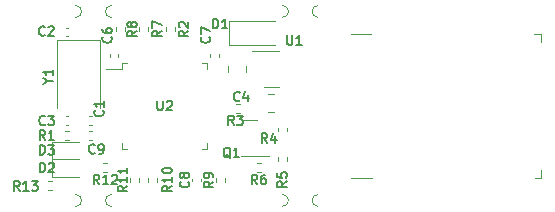
<source format=gbr>
G04 #@! TF.GenerationSoftware,KiCad,Pcbnew,6.0.7+dfsg-3*
G04 #@! TF.CreationDate,2022-10-18T10:37:57+08:00*
G04 #@! TF.ProjectId,stlink,73746c69-6e6b-42e6-9b69-6361645f7063,e*
G04 #@! TF.SameCoordinates,PX5ca1610PY6645a40*
G04 #@! TF.FileFunction,Legend,Top*
G04 #@! TF.FilePolarity,Positive*
%FSLAX46Y46*%
G04 Gerber Fmt 4.6, Leading zero omitted, Abs format (unit mm)*
G04 Created by KiCad (PCBNEW 6.0.7+dfsg-3) date 2022-10-18 10:37:57*
%MOMM*%
%LPD*%
G01*
G04 APERTURE LIST*
%ADD10C,0.150000*%
%ADD11C,0.120000*%
%ADD12C,0.100000*%
G04 APERTURE END LIST*
D10*
G04 #@! TO.C,U1*
X36245476Y23223096D02*
X36245476Y22575477D01*
X36283571Y22499286D01*
X36321666Y22461191D01*
X36397857Y22423096D01*
X36550238Y22423096D01*
X36626428Y22461191D01*
X36664523Y22499286D01*
X36702619Y22575477D01*
X36702619Y23223096D01*
X37502619Y22423096D02*
X37045476Y22423096D01*
X37274047Y22423096D02*
X37274047Y23223096D01*
X37197857Y23108810D01*
X37121666Y23032620D01*
X37045476Y22994524D01*
G04 #@! TO.C,C4*
X32236666Y17704286D02*
X32198571Y17666191D01*
X32084285Y17628096D01*
X32008095Y17628096D01*
X31893809Y17666191D01*
X31817619Y17742381D01*
X31779523Y17818572D01*
X31741428Y17970953D01*
X31741428Y18085239D01*
X31779523Y18237620D01*
X31817619Y18313810D01*
X31893809Y18390000D01*
X32008095Y18428096D01*
X32084285Y18428096D01*
X32198571Y18390000D01*
X32236666Y18351905D01*
X32922380Y18161429D02*
X32922380Y17628096D01*
X32731904Y18466191D02*
X32541428Y17894762D01*
X33036666Y17894762D01*
G04 #@! TO.C,R3*
X31736666Y15628096D02*
X31470000Y16009048D01*
X31279523Y15628096D02*
X31279523Y16428096D01*
X31584285Y16428096D01*
X31660476Y16390000D01*
X31698571Y16351905D01*
X31736666Y16275715D01*
X31736666Y16161429D01*
X31698571Y16085239D01*
X31660476Y16047143D01*
X31584285Y16009048D01*
X31279523Y16009048D01*
X32003333Y16428096D02*
X32498571Y16428096D01*
X32231904Y16123334D01*
X32346190Y16123334D01*
X32422380Y16085239D01*
X32460476Y16047143D01*
X32498571Y15970953D01*
X32498571Y15780477D01*
X32460476Y15704286D01*
X32422380Y15666191D01*
X32346190Y15628096D01*
X32117619Y15628096D01*
X32041428Y15666191D01*
X32003333Y15704286D01*
G04 #@! TO.C,C6*
X21355714Y23106667D02*
X21393809Y23068572D01*
X21431904Y22954286D01*
X21431904Y22878096D01*
X21393809Y22763810D01*
X21317619Y22687620D01*
X21241428Y22649524D01*
X21089047Y22611429D01*
X20974761Y22611429D01*
X20822380Y22649524D01*
X20746190Y22687620D01*
X20670000Y22763810D01*
X20631904Y22878096D01*
X20631904Y22954286D01*
X20670000Y23068572D01*
X20708095Y23106667D01*
X20631904Y23792381D02*
X20631904Y23640000D01*
X20670000Y23563810D01*
X20708095Y23525715D01*
X20822380Y23449524D01*
X20974761Y23411429D01*
X21279523Y23411429D01*
X21355714Y23449524D01*
X21393809Y23487620D01*
X21431904Y23563810D01*
X21431904Y23716191D01*
X21393809Y23792381D01*
X21355714Y23830477D01*
X21279523Y23868572D01*
X21089047Y23868572D01*
X21012857Y23830477D01*
X20974761Y23792381D01*
X20936666Y23716191D01*
X20936666Y23563810D01*
X20974761Y23487620D01*
X21012857Y23449524D01*
X21089047Y23411429D01*
G04 #@! TO.C,C7*
X29655714Y23106667D02*
X29693809Y23068572D01*
X29731904Y22954286D01*
X29731904Y22878096D01*
X29693809Y22763810D01*
X29617619Y22687620D01*
X29541428Y22649524D01*
X29389047Y22611429D01*
X29274761Y22611429D01*
X29122380Y22649524D01*
X29046190Y22687620D01*
X28970000Y22763810D01*
X28931904Y22878096D01*
X28931904Y22954286D01*
X28970000Y23068572D01*
X29008095Y23106667D01*
X28931904Y23373334D02*
X28931904Y23906667D01*
X29731904Y23563810D01*
G04 #@! TO.C,C8*
X27885714Y10840667D02*
X27923809Y10802572D01*
X27961904Y10688286D01*
X27961904Y10612096D01*
X27923809Y10497810D01*
X27847619Y10421620D01*
X27771428Y10383524D01*
X27619047Y10345429D01*
X27504761Y10345429D01*
X27352380Y10383524D01*
X27276190Y10421620D01*
X27200000Y10497810D01*
X27161904Y10612096D01*
X27161904Y10688286D01*
X27200000Y10802572D01*
X27238095Y10840667D01*
X27504761Y11297810D02*
X27466666Y11221620D01*
X27428571Y11183524D01*
X27352380Y11145429D01*
X27314285Y11145429D01*
X27238095Y11183524D01*
X27200000Y11221620D01*
X27161904Y11297810D01*
X27161904Y11450191D01*
X27200000Y11526381D01*
X27238095Y11564477D01*
X27314285Y11602572D01*
X27352380Y11602572D01*
X27428571Y11564477D01*
X27466666Y11526381D01*
X27504761Y11450191D01*
X27504761Y11297810D01*
X27542857Y11221620D01*
X27580952Y11183524D01*
X27657142Y11145429D01*
X27809523Y11145429D01*
X27885714Y11183524D01*
X27923809Y11221620D01*
X27961904Y11297810D01*
X27961904Y11450191D01*
X27923809Y11526381D01*
X27885714Y11564477D01*
X27809523Y11602572D01*
X27657142Y11602572D01*
X27580952Y11564477D01*
X27542857Y11526381D01*
X27504761Y11450191D01*
G04 #@! TO.C,C9*
X19986666Y13284286D02*
X19948571Y13246191D01*
X19834285Y13208096D01*
X19758095Y13208096D01*
X19643809Y13246191D01*
X19567619Y13322381D01*
X19529523Y13398572D01*
X19491428Y13550953D01*
X19491428Y13665239D01*
X19529523Y13817620D01*
X19567619Y13893810D01*
X19643809Y13970000D01*
X19758095Y14008096D01*
X19834285Y14008096D01*
X19948571Y13970000D01*
X19986666Y13931905D01*
X20367619Y13208096D02*
X20520000Y13208096D01*
X20596190Y13246191D01*
X20634285Y13284286D01*
X20710476Y13398572D01*
X20748571Y13550953D01*
X20748571Y13855715D01*
X20710476Y13931905D01*
X20672380Y13970000D01*
X20596190Y14008096D01*
X20443809Y14008096D01*
X20367619Y13970000D01*
X20329523Y13931905D01*
X20291428Y13855715D01*
X20291428Y13665239D01*
X20329523Y13589048D01*
X20367619Y13550953D01*
X20443809Y13512858D01*
X20596190Y13512858D01*
X20672380Y13550953D01*
X20710476Y13589048D01*
X20748571Y13665239D01*
G04 #@! TO.C,C2*
X15736666Y23254286D02*
X15698571Y23216191D01*
X15584285Y23178096D01*
X15508095Y23178096D01*
X15393809Y23216191D01*
X15317619Y23292381D01*
X15279523Y23368572D01*
X15241428Y23520953D01*
X15241428Y23635239D01*
X15279523Y23787620D01*
X15317619Y23863810D01*
X15393809Y23940000D01*
X15508095Y23978096D01*
X15584285Y23978096D01*
X15698571Y23940000D01*
X15736666Y23901905D01*
X16041428Y23901905D02*
X16079523Y23940000D01*
X16155714Y23978096D01*
X16346190Y23978096D01*
X16422380Y23940000D01*
X16460476Y23901905D01*
X16498571Y23825715D01*
X16498571Y23749524D01*
X16460476Y23635239D01*
X16003333Y23178096D01*
X16498571Y23178096D01*
G04 #@! TO.C,C3*
X15766666Y15704286D02*
X15728571Y15666191D01*
X15614285Y15628096D01*
X15538095Y15628096D01*
X15423809Y15666191D01*
X15347619Y15742381D01*
X15309523Y15818572D01*
X15271428Y15970953D01*
X15271428Y16085239D01*
X15309523Y16237620D01*
X15347619Y16313810D01*
X15423809Y16390000D01*
X15538095Y16428096D01*
X15614285Y16428096D01*
X15728571Y16390000D01*
X15766666Y16351905D01*
X16033333Y16428096D02*
X16528571Y16428096D01*
X16261904Y16123334D01*
X16376190Y16123334D01*
X16452380Y16085239D01*
X16490476Y16047143D01*
X16528571Y15970953D01*
X16528571Y15780477D01*
X16490476Y15704286D01*
X16452380Y15666191D01*
X16376190Y15628096D01*
X16147619Y15628096D01*
X16071428Y15666191D01*
X16033333Y15704286D01*
G04 #@! TO.C,D2*
X15309523Y11628096D02*
X15309523Y12428096D01*
X15500000Y12428096D01*
X15614285Y12390000D01*
X15690476Y12313810D01*
X15728571Y12237620D01*
X15766666Y12085239D01*
X15766666Y11970953D01*
X15728571Y11818572D01*
X15690476Y11742381D01*
X15614285Y11666191D01*
X15500000Y11628096D01*
X15309523Y11628096D01*
X16071428Y12351905D02*
X16109523Y12390000D01*
X16185714Y12428096D01*
X16376190Y12428096D01*
X16452380Y12390000D01*
X16490476Y12351905D01*
X16528571Y12275715D01*
X16528571Y12199524D01*
X16490476Y12085239D01*
X16033333Y11628096D01*
X16528571Y11628096D01*
G04 #@! TO.C,D3*
X15309523Y13128096D02*
X15309523Y13928096D01*
X15500000Y13928096D01*
X15614285Y13890000D01*
X15690476Y13813810D01*
X15728571Y13737620D01*
X15766666Y13585239D01*
X15766666Y13470953D01*
X15728571Y13318572D01*
X15690476Y13242381D01*
X15614285Y13166191D01*
X15500000Y13128096D01*
X15309523Y13128096D01*
X16033333Y13928096D02*
X16528571Y13928096D01*
X16261904Y13623334D01*
X16376190Y13623334D01*
X16452380Y13585239D01*
X16490476Y13547143D01*
X16528571Y13470953D01*
X16528571Y13280477D01*
X16490476Y13204286D01*
X16452380Y13166191D01*
X16376190Y13128096D01*
X16147619Y13128096D01*
X16071428Y13166191D01*
X16033333Y13204286D01*
G04 #@! TO.C,R12*
X20355714Y10628096D02*
X20089047Y11009048D01*
X19898571Y10628096D02*
X19898571Y11428096D01*
X20203333Y11428096D01*
X20279523Y11390000D01*
X20317619Y11351905D01*
X20355714Y11275715D01*
X20355714Y11161429D01*
X20317619Y11085239D01*
X20279523Y11047143D01*
X20203333Y11009048D01*
X19898571Y11009048D01*
X21117619Y10628096D02*
X20660476Y10628096D01*
X20889047Y10628096D02*
X20889047Y11428096D01*
X20812857Y11313810D01*
X20736666Y11237620D01*
X20660476Y11199524D01*
X21422380Y11351905D02*
X21460476Y11390000D01*
X21536666Y11428096D01*
X21727142Y11428096D01*
X21803333Y11390000D01*
X21841428Y11351905D01*
X21879523Y11275715D01*
X21879523Y11199524D01*
X21841428Y11085239D01*
X21384285Y10628096D01*
X21879523Y10628096D01*
G04 #@! TO.C,D1*
X29979523Y23808096D02*
X29979523Y24608096D01*
X30170000Y24608096D01*
X30284285Y24570000D01*
X30360476Y24493810D01*
X30398571Y24417620D01*
X30436666Y24265239D01*
X30436666Y24150953D01*
X30398571Y23998572D01*
X30360476Y23922381D01*
X30284285Y23846191D01*
X30170000Y23808096D01*
X29979523Y23808096D01*
X31198571Y23808096D02*
X30741428Y23808096D01*
X30970000Y23808096D02*
X30970000Y24608096D01*
X30893809Y24493810D01*
X30817619Y24417620D01*
X30741428Y24379524D01*
G04 #@! TO.C,U2*
X25260476Y17678096D02*
X25260476Y17030477D01*
X25298571Y16954286D01*
X25336666Y16916191D01*
X25412857Y16878096D01*
X25565238Y16878096D01*
X25641428Y16916191D01*
X25679523Y16954286D01*
X25717619Y17030477D01*
X25717619Y17678096D01*
X26060476Y17601905D02*
X26098571Y17640000D01*
X26174761Y17678096D01*
X26365238Y17678096D01*
X26441428Y17640000D01*
X26479523Y17601905D01*
X26517619Y17525715D01*
X26517619Y17449524D01*
X26479523Y17335239D01*
X26022380Y16878096D01*
X26517619Y16878096D01*
G04 #@! TO.C,C1*
X20655714Y16856667D02*
X20693809Y16818572D01*
X20731904Y16704286D01*
X20731904Y16628096D01*
X20693809Y16513810D01*
X20617619Y16437620D01*
X20541428Y16399524D01*
X20389047Y16361429D01*
X20274761Y16361429D01*
X20122380Y16399524D01*
X20046190Y16437620D01*
X19970000Y16513810D01*
X19931904Y16628096D01*
X19931904Y16704286D01*
X19970000Y16818572D01*
X20008095Y16856667D01*
X20731904Y17618572D02*
X20731904Y17161429D01*
X20731904Y17390000D02*
X19931904Y17390000D01*
X20046190Y17313810D01*
X20122380Y17237620D01*
X20160476Y17161429D01*
G04 #@! TO.C,R1*
X15766666Y14378096D02*
X15500000Y14759048D01*
X15309523Y14378096D02*
X15309523Y15178096D01*
X15614285Y15178096D01*
X15690476Y15140000D01*
X15728571Y15101905D01*
X15766666Y15025715D01*
X15766666Y14911429D01*
X15728571Y14835239D01*
X15690476Y14797143D01*
X15614285Y14759048D01*
X15309523Y14759048D01*
X16528571Y14378096D02*
X16071428Y14378096D01*
X16300000Y14378096D02*
X16300000Y15178096D01*
X16223809Y15063810D01*
X16147619Y14987620D01*
X16071428Y14949524D01*
G04 #@! TO.C,R2*
X27901904Y23606667D02*
X27520952Y23340000D01*
X27901904Y23149524D02*
X27101904Y23149524D01*
X27101904Y23454286D01*
X27140000Y23530477D01*
X27178095Y23568572D01*
X27254285Y23606667D01*
X27368571Y23606667D01*
X27444761Y23568572D01*
X27482857Y23530477D01*
X27520952Y23454286D01*
X27520952Y23149524D01*
X27178095Y23911429D02*
X27140000Y23949524D01*
X27101904Y24025715D01*
X27101904Y24216191D01*
X27140000Y24292381D01*
X27178095Y24330477D01*
X27254285Y24368572D01*
X27330476Y24368572D01*
X27444761Y24330477D01*
X27901904Y23873334D01*
X27901904Y24368572D01*
G04 #@! TO.C,R9*
X29993904Y10840667D02*
X29612952Y10574000D01*
X29993904Y10383524D02*
X29193904Y10383524D01*
X29193904Y10688286D01*
X29232000Y10764477D01*
X29270095Y10802572D01*
X29346285Y10840667D01*
X29460571Y10840667D01*
X29536761Y10802572D01*
X29574857Y10764477D01*
X29612952Y10688286D01*
X29612952Y10383524D01*
X29993904Y11221620D02*
X29993904Y11374000D01*
X29955809Y11450191D01*
X29917714Y11488286D01*
X29803428Y11564477D01*
X29651047Y11602572D01*
X29346285Y11602572D01*
X29270095Y11564477D01*
X29232000Y11526381D01*
X29193904Y11450191D01*
X29193904Y11297810D01*
X29232000Y11221620D01*
X29270095Y11183524D01*
X29346285Y11145429D01*
X29536761Y11145429D01*
X29612952Y11183524D01*
X29651047Y11221620D01*
X29689142Y11297810D01*
X29689142Y11450191D01*
X29651047Y11526381D01*
X29612952Y11564477D01*
X29536761Y11602572D01*
G04 #@! TO.C,Q1*
X31468809Y12841905D02*
X31392619Y12880000D01*
X31316428Y12956191D01*
X31202142Y13070477D01*
X31125952Y13108572D01*
X31049761Y13108572D01*
X31087857Y12918096D02*
X31011666Y12956191D01*
X30935476Y13032381D01*
X30897380Y13184762D01*
X30897380Y13451429D01*
X30935476Y13603810D01*
X31011666Y13680000D01*
X31087857Y13718096D01*
X31240238Y13718096D01*
X31316428Y13680000D01*
X31392619Y13603810D01*
X31430714Y13451429D01*
X31430714Y13184762D01*
X31392619Y13032381D01*
X31316428Y12956191D01*
X31240238Y12918096D01*
X31087857Y12918096D01*
X32192619Y12918096D02*
X31735476Y12918096D01*
X31964047Y12918096D02*
X31964047Y13718096D01*
X31887857Y13603810D01*
X31811666Y13527620D01*
X31735476Y13489524D01*
G04 #@! TO.C,R4*
X34566666Y14128096D02*
X34300000Y14509048D01*
X34109523Y14128096D02*
X34109523Y14928096D01*
X34414285Y14928096D01*
X34490476Y14890000D01*
X34528571Y14851905D01*
X34566666Y14775715D01*
X34566666Y14661429D01*
X34528571Y14585239D01*
X34490476Y14547143D01*
X34414285Y14509048D01*
X34109523Y14509048D01*
X35252380Y14661429D02*
X35252380Y14128096D01*
X35061904Y14966191D02*
X34871428Y14394762D01*
X35366666Y14394762D01*
G04 #@! TO.C,R5*
X36231904Y10856667D02*
X35850952Y10590000D01*
X36231904Y10399524D02*
X35431904Y10399524D01*
X35431904Y10704286D01*
X35470000Y10780477D01*
X35508095Y10818572D01*
X35584285Y10856667D01*
X35698571Y10856667D01*
X35774761Y10818572D01*
X35812857Y10780477D01*
X35850952Y10704286D01*
X35850952Y10399524D01*
X35431904Y11580477D02*
X35431904Y11199524D01*
X35812857Y11161429D01*
X35774761Y11199524D01*
X35736666Y11275715D01*
X35736666Y11466191D01*
X35774761Y11542381D01*
X35812857Y11580477D01*
X35889047Y11618572D01*
X36079523Y11618572D01*
X36155714Y11580477D01*
X36193809Y11542381D01*
X36231904Y11466191D01*
X36231904Y11275715D01*
X36193809Y11199524D01*
X36155714Y11161429D01*
G04 #@! TO.C,R7*
X25651904Y23606667D02*
X25270952Y23340000D01*
X25651904Y23149524D02*
X24851904Y23149524D01*
X24851904Y23454286D01*
X24890000Y23530477D01*
X24928095Y23568572D01*
X25004285Y23606667D01*
X25118571Y23606667D01*
X25194761Y23568572D01*
X25232857Y23530477D01*
X25270952Y23454286D01*
X25270952Y23149524D01*
X24851904Y23873334D02*
X24851904Y24406667D01*
X25651904Y24063810D01*
G04 #@! TO.C,R8*
X23531904Y23606667D02*
X23150952Y23340000D01*
X23531904Y23149524D02*
X22731904Y23149524D01*
X22731904Y23454286D01*
X22770000Y23530477D01*
X22808095Y23568572D01*
X22884285Y23606667D01*
X22998571Y23606667D01*
X23074761Y23568572D01*
X23112857Y23530477D01*
X23150952Y23454286D01*
X23150952Y23149524D01*
X23074761Y24063810D02*
X23036666Y23987620D01*
X22998571Y23949524D01*
X22922380Y23911429D01*
X22884285Y23911429D01*
X22808095Y23949524D01*
X22770000Y23987620D01*
X22731904Y24063810D01*
X22731904Y24216191D01*
X22770000Y24292381D01*
X22808095Y24330477D01*
X22884285Y24368572D01*
X22922380Y24368572D01*
X22998571Y24330477D01*
X23036666Y24292381D01*
X23074761Y24216191D01*
X23074761Y24063810D01*
X23112857Y23987620D01*
X23150952Y23949524D01*
X23227142Y23911429D01*
X23379523Y23911429D01*
X23455714Y23949524D01*
X23493809Y23987620D01*
X23531904Y24063810D01*
X23531904Y24216191D01*
X23493809Y24292381D01*
X23455714Y24330477D01*
X23379523Y24368572D01*
X23227142Y24368572D01*
X23150952Y24330477D01*
X23112857Y24292381D01*
X23074761Y24216191D01*
G04 #@! TO.C,R10*
X26481904Y10475715D02*
X26100952Y10209048D01*
X26481904Y10018572D02*
X25681904Y10018572D01*
X25681904Y10323334D01*
X25720000Y10399524D01*
X25758095Y10437620D01*
X25834285Y10475715D01*
X25948571Y10475715D01*
X26024761Y10437620D01*
X26062857Y10399524D01*
X26100952Y10323334D01*
X26100952Y10018572D01*
X26481904Y11237620D02*
X26481904Y10780477D01*
X26481904Y11009048D02*
X25681904Y11009048D01*
X25796190Y10932858D01*
X25872380Y10856667D01*
X25910476Y10780477D01*
X25681904Y11732858D02*
X25681904Y11809048D01*
X25720000Y11885239D01*
X25758095Y11923334D01*
X25834285Y11961429D01*
X25986666Y11999524D01*
X26177142Y11999524D01*
X26329523Y11961429D01*
X26405714Y11923334D01*
X26443809Y11885239D01*
X26481904Y11809048D01*
X26481904Y11732858D01*
X26443809Y11656667D01*
X26405714Y11618572D01*
X26329523Y11580477D01*
X26177142Y11542381D01*
X25986666Y11542381D01*
X25834285Y11580477D01*
X25758095Y11618572D01*
X25720000Y11656667D01*
X25681904Y11732858D01*
G04 #@! TO.C,R6*
X33736666Y10628096D02*
X33470000Y11009048D01*
X33279523Y10628096D02*
X33279523Y11428096D01*
X33584285Y11428096D01*
X33660476Y11390000D01*
X33698571Y11351905D01*
X33736666Y11275715D01*
X33736666Y11161429D01*
X33698571Y11085239D01*
X33660476Y11047143D01*
X33584285Y11009048D01*
X33279523Y11009048D01*
X34422380Y11428096D02*
X34270000Y11428096D01*
X34193809Y11390000D01*
X34155714Y11351905D01*
X34079523Y11237620D01*
X34041428Y11085239D01*
X34041428Y10780477D01*
X34079523Y10704286D01*
X34117619Y10666191D01*
X34193809Y10628096D01*
X34346190Y10628096D01*
X34422380Y10666191D01*
X34460476Y10704286D01*
X34498571Y10780477D01*
X34498571Y10970953D01*
X34460476Y11047143D01*
X34422380Y11085239D01*
X34346190Y11123334D01*
X34193809Y11123334D01*
X34117619Y11085239D01*
X34079523Y11047143D01*
X34041428Y10970953D01*
G04 #@! TO.C,Y1*
X16050952Y19359048D02*
X16431904Y19359048D01*
X15631904Y19092381D02*
X16050952Y19359048D01*
X15631904Y19625715D01*
X16431904Y20311429D02*
X16431904Y19854286D01*
X16431904Y20082858D02*
X15631904Y20082858D01*
X15746190Y20006667D01*
X15822380Y19930477D01*
X15860476Y19854286D01*
G04 #@! TO.C,R13*
X13605714Y10078096D02*
X13339047Y10459048D01*
X13148571Y10078096D02*
X13148571Y10878096D01*
X13453333Y10878096D01*
X13529523Y10840000D01*
X13567619Y10801905D01*
X13605714Y10725715D01*
X13605714Y10611429D01*
X13567619Y10535239D01*
X13529523Y10497143D01*
X13453333Y10459048D01*
X13148571Y10459048D01*
X14367619Y10078096D02*
X13910476Y10078096D01*
X14139047Y10078096D02*
X14139047Y10878096D01*
X14062857Y10763810D01*
X13986666Y10687620D01*
X13910476Y10649524D01*
X14634285Y10878096D02*
X15129523Y10878096D01*
X14862857Y10573334D01*
X14977142Y10573334D01*
X15053333Y10535239D01*
X15091428Y10497143D01*
X15129523Y10420953D01*
X15129523Y10230477D01*
X15091428Y10154286D01*
X15053333Y10116191D01*
X14977142Y10078096D01*
X14748571Y10078096D01*
X14672380Y10116191D01*
X14634285Y10154286D01*
G04 #@! TO.C,R11*
X22731904Y10475715D02*
X22350952Y10209048D01*
X22731904Y10018572D02*
X21931904Y10018572D01*
X21931904Y10323334D01*
X21970000Y10399524D01*
X22008095Y10437620D01*
X22084285Y10475715D01*
X22198571Y10475715D01*
X22274761Y10437620D01*
X22312857Y10399524D01*
X22350952Y10323334D01*
X22350952Y10018572D01*
X22731904Y11237620D02*
X22731904Y10780477D01*
X22731904Y11009048D02*
X21931904Y11009048D01*
X22046190Y10932858D01*
X22122380Y10856667D01*
X22160476Y10780477D01*
X22731904Y11999524D02*
X22731904Y11542381D01*
X22731904Y11770953D02*
X21931904Y11770953D01*
X22046190Y11694762D01*
X22122380Y11618572D01*
X22160476Y11542381D01*
D11*
G04 #@! TO.C,U1*
X34950000Y18812000D02*
X35600000Y18812000D01*
X34950000Y21932000D02*
X35600000Y21932000D01*
X34950000Y21932000D02*
X33275000Y21932000D01*
X34950000Y18812000D02*
X34300000Y18812000D01*
G04 #@! TO.C,C4*
X35131252Y18225000D02*
X34608748Y18225000D01*
X35131252Y16755000D02*
X34608748Y16755000D01*
G04 #@! TO.C,C5*
X32755000Y20110748D02*
X32755000Y20633252D01*
X31285000Y20110748D02*
X31285000Y20633252D01*
G04 #@! TO.C,R3*
X32273641Y17420000D02*
X31966359Y17420000D01*
X32273641Y16660000D02*
X31966359Y16660000D01*
G04 #@! TO.C,C6*
X21260000Y21382164D02*
X21260000Y21597836D01*
X21980000Y21382164D02*
X21980000Y21597836D01*
G04 #@! TO.C,C7*
X29760000Y21382164D02*
X29760000Y21597836D01*
X30480000Y21382164D02*
X30480000Y21597836D01*
G04 #@! TO.C,C8*
X28960000Y11081836D02*
X28960000Y10866164D01*
X28240000Y11081836D02*
X28240000Y10866164D01*
G04 #@! TO.C,C9*
X19727836Y14380000D02*
X19512164Y14380000D01*
X19727836Y15100000D02*
X19512164Y15100000D01*
G04 #@! TO.C,C2*
X17727836Y23850000D02*
X17512164Y23850000D01*
X17727836Y23130000D02*
X17512164Y23130000D01*
G04 #@! TO.C,C3*
X17512164Y15630000D02*
X17727836Y15630000D01*
X17512164Y16350000D02*
X17727836Y16350000D01*
G04 #@! TO.C,D2*
X16385000Y12725000D02*
X16385000Y11255000D01*
X16385000Y11255000D02*
X18670000Y11255000D01*
X18670000Y12725000D02*
X16385000Y12725000D01*
G04 #@! TO.C,D3*
X16385000Y12755000D02*
X18670000Y12755000D01*
X16385000Y14225000D02*
X16385000Y12755000D01*
X18670000Y14225000D02*
X16385000Y14225000D01*
G04 #@! TO.C,R12*
X20716359Y12370000D02*
X21023641Y12370000D01*
X20716359Y11610000D02*
X21023641Y11610000D01*
G04 #@! TO.C,D1*
X31370000Y22420000D02*
X35270000Y22420000D01*
X31370000Y24420000D02*
X35270000Y24420000D01*
X31370000Y24420000D02*
X31370000Y22420000D01*
G04 #@! TO.C,U2*
X22260000Y20400000D02*
X20970000Y20400000D01*
X29480000Y20850000D02*
X29480000Y20400000D01*
X29480000Y13630000D02*
X29480000Y14080000D01*
X22710000Y13630000D02*
X22260000Y13630000D01*
X29030000Y20850000D02*
X29480000Y20850000D01*
X22260000Y20850000D02*
X22260000Y20400000D01*
X22710000Y20850000D02*
X22260000Y20850000D01*
X29030000Y13630000D02*
X29480000Y13630000D01*
X22260000Y13630000D02*
X22260000Y14080000D01*
D12*
G04 #@! TO.C,J1*
X57795000Y11115000D02*
X57245000Y11115000D01*
X41670000Y23365000D02*
X42445000Y23365000D01*
X57795000Y11815000D02*
X57795000Y11115000D01*
X57795000Y22640000D02*
X57795000Y23365000D01*
X42420000Y23365000D02*
X43370000Y23365000D01*
X41670000Y11115000D02*
X43445000Y11115000D01*
X57795000Y23365000D02*
X57195000Y23365000D01*
D11*
G04 #@! TO.C,C1*
X19727836Y15630000D02*
X19512164Y15630000D01*
X19727836Y16350000D02*
X19512164Y16350000D01*
G04 #@! TO.C,R1*
X17773641Y14360000D02*
X17466359Y14360000D01*
X17773641Y15120000D02*
X17466359Y15120000D01*
G04 #@! TO.C,R2*
X26750000Y23893641D02*
X26750000Y23586359D01*
X25990000Y23893641D02*
X25990000Y23586359D01*
G04 #@! TO.C,R9*
X31012000Y10820359D02*
X31012000Y11127641D01*
X30252000Y10820359D02*
X30252000Y11127641D01*
D12*
G04 #@! TO.C,H1*
X18370000Y24740000D02*
G75*
G03*
X18370000Y25740000I0J500000D01*
G01*
X21370000Y25740000D02*
G75*
G03*
X21370000Y24740000I0J-500000D01*
G01*
G04 #@! TO.C,H2*
X21370000Y9740000D02*
G75*
G03*
X21370000Y8740000I0J-500000D01*
G01*
X18370000Y8740000D02*
G75*
G03*
X18370000Y9740000I0J500000D01*
G01*
G04 #@! TO.C,H3*
X35870000Y24740000D02*
G75*
G03*
X35870000Y25740000I0J500000D01*
G01*
X38870000Y25740000D02*
G75*
G03*
X38870000Y24740000I0J-500000D01*
G01*
G04 #@! TO.C,H4*
X38870000Y9740000D02*
G75*
G03*
X38870000Y8740000I0J-500000D01*
G01*
X35870000Y8740000D02*
G75*
G03*
X35870000Y9740000I0J500000D01*
G01*
D11*
G04 #@! TO.C,Q1*
X33045000Y12970000D02*
X32395000Y12970000D01*
X33045000Y16090000D02*
X32395000Y16090000D01*
X33045000Y12970000D02*
X34720000Y12970000D01*
X33045000Y16090000D02*
X33695000Y16090000D01*
G04 #@! TO.C,R4*
X35490000Y15086359D02*
X35490000Y15393641D01*
X36250000Y15086359D02*
X36250000Y15393641D01*
G04 #@! TO.C,R5*
X36250000Y12586359D02*
X36250000Y12893641D01*
X35490000Y12586359D02*
X35490000Y12893641D01*
G04 #@! TO.C,R7*
X23740000Y23893641D02*
X23740000Y23586359D01*
X24500000Y23893641D02*
X24500000Y23586359D01*
G04 #@! TO.C,R8*
X21740000Y23893641D02*
X21740000Y23586359D01*
X22500000Y23893641D02*
X22500000Y23586359D01*
G04 #@! TO.C,R10*
X24490000Y11143641D02*
X24490000Y10836359D01*
X25250000Y11143641D02*
X25250000Y10836359D01*
G04 #@! TO.C,R6*
X33716359Y12370000D02*
X34023641Y12370000D01*
X33716359Y11610000D02*
X34023641Y11610000D01*
G04 #@! TO.C,Y1*
X20420000Y17040000D02*
X20420000Y22790000D01*
X16820000Y22790000D02*
X16820000Y17040000D01*
X20420000Y22790000D02*
X16820000Y22790000D01*
G04 #@! TO.C,R13*
X16323641Y10110000D02*
X16016359Y10110000D01*
X16323641Y10870000D02*
X16016359Y10870000D01*
G04 #@! TO.C,R11*
X23750000Y10836359D02*
X23750000Y11143641D01*
X22990000Y10836359D02*
X22990000Y11143641D01*
G04 #@! TD*
M02*

</source>
